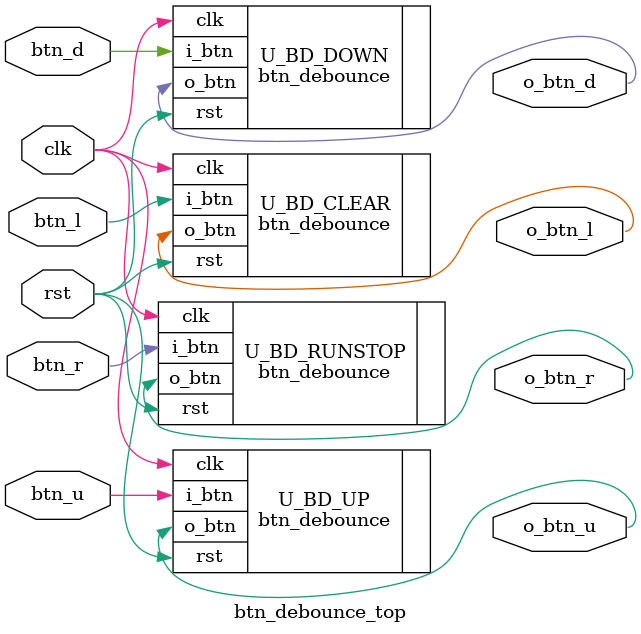
<source format=v>
`timescale 1ns / 1ps

module btn_debounce_top (
    input  clk,
    input  rst,
    input  btn_r,
    input  btn_l,
    input  btn_u,
    input  btn_d,
    output o_btn_r,
    output o_btn_l,
    output o_btn_u,
    output o_btn_d
);

    btn_debounce U_BD_RUNSTOP (
        .clk  (clk),
        .rst  (rst),
        .i_btn(btn_r),
        .o_btn(o_btn_r)
    );

    btn_debounce U_BD_CLEAR (
        .clk  (clk),
        .rst  (rst),
        .i_btn(btn_l),
        .o_btn(o_btn_l)
    );

    btn_debounce U_BD_UP (
        .clk  (clk),
        .rst  (rst),
        .i_btn(btn_u),
        .o_btn(o_btn_u)
    );

    btn_debounce U_BD_DOWN (
        .clk  (clk),
        .rst  (rst),
        .i_btn(btn_d),
        .o_btn(o_btn_d)
    );

endmodule

</source>
